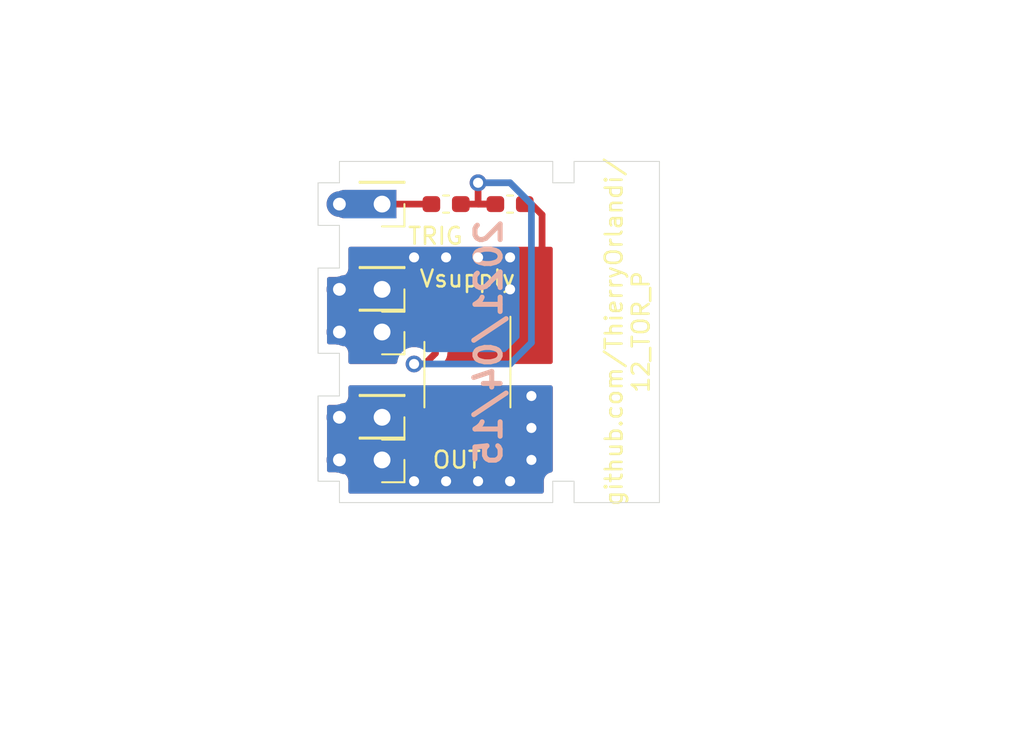
<source format=kicad_pcb>
(kicad_pcb (version 20171130) (host pcbnew "(5.1.9)-1")

  (general
    (thickness 1.6)
    (drawings 57)
    (tracks 76)
    (zones 0)
    (modules 15)
    (nets 5)
  )

  (page A4)
  (layers
    (0 F.Cu signal)
    (31 B.Cu signal)
    (32 B.Adhes user hide)
    (33 F.Adhes user hide)
    (34 B.Paste user hide)
    (35 F.Paste user hide)
    (36 B.SilkS user)
    (37 F.SilkS user)
    (38 B.Mask user hide)
    (39 F.Mask user hide)
    (40 Dwgs.User user hide)
    (41 Cmts.User user hide)
    (42 Eco1.User user)
    (43 Eco2.User user hide)
    (44 Edge.Cuts user)
    (45 Margin user hide)
    (46 B.CrtYd user hide)
    (47 F.CrtYd user)
    (48 B.Fab user hide)
    (49 F.Fab user hide)
  )

  (setup
    (last_trace_width 0.4)
    (trace_clearance 0.2)
    (zone_clearance 0.508)
    (zone_45_only no)
    (trace_min 0.2)
    (via_size 1)
    (via_drill 0.6)
    (via_min_size 0.4)
    (via_min_drill 0.3)
    (uvia_size 0.3)
    (uvia_drill 0.1)
    (uvias_allowed no)
    (uvia_min_size 0.2)
    (uvia_min_drill 0.1)
    (edge_width 0.05)
    (segment_width 0.2)
    (pcb_text_width 0.3)
    (pcb_text_size 1.5 1.5)
    (mod_edge_width 0.12)
    (mod_text_size 1 1)
    (mod_text_width 0.15)
    (pad_size 8.5 8.5)
    (pad_drill 4.3)
    (pad_to_mask_clearance 0.05)
    (aux_axis_origin 0 0)
    (grid_origin 104.14 78.74)
    (visible_elements 7FFFFF7F)
    (pcbplotparams
      (layerselection 0x310fc_ffffffff)
      (usegerberextensions false)
      (usegerberattributes true)
      (usegerberadvancedattributes true)
      (creategerberjobfile false)
      (excludeedgelayer false)
      (linewidth 0.100000)
      (plotframeref false)
      (viasonmask false)
      (mode 1)
      (useauxorigin true)
      (hpglpennumber 1)
      (hpglpenspeed 20)
      (hpglpendiameter 15.000000)
      (psnegative false)
      (psa4output false)
      (plotreference true)
      (plotvalue true)
      (plotinvisibletext false)
      (padsonsilk true)
      (subtractmaskfromsilk false)
      (outputformat 1)
      (mirror false)
      (drillshape 0)
      (scaleselection 1)
      (outputdirectory "gerbers/"))
  )

  (net 0 "")
  (net 1 Vsupply)
  (net 2 TRIG)
  (net 3 OUT)
  (net 4 "Net-(Q1-Pad4)")

  (net_class Default "This is the default net class."
    (clearance 0.2)
    (trace_width 0.4)
    (via_dia 1)
    (via_drill 0.6)
    (uvia_dia 0.3)
    (uvia_drill 0.1)
    (add_net "Net-(Q1-Pad4)")
    (add_net OUT)
    (add_net TRIG)
    (add_net Vsupply)
  )

  (net_class demi-gros ""
    (clearance 0.3)
    (trace_width 0.5)
    (via_dia 1)
    (via_drill 0.6)
    (uvia_dia 0.3)
    (uvia_drill 0.1)
  )

  (net_class gros ""
    (clearance 0.3)
    (trace_width 0.8)
    (via_dia 1)
    (via_drill 0.6)
    (uvia_dia 0.3)
    (uvia_drill 0.1)
  )

  (module Package_SO:SOIC-8_3.9x4.9mm_P1.27mm (layer F.Cu) (tedit 5D9F72B1) (tstamp 60787104)
    (at 109.22 73.66 270)
    (descr "SOIC, 8 Pin (JEDEC MS-012AA, https://www.analog.com/media/en/package-pcb-resources/package/pkg_pdf/soic_narrow-r/r_8.pdf), generated with kicad-footprint-generator ipc_gullwing_generator.py")
    (tags "SOIC SO")
    (path /60782E85)
    (attr smd)
    (fp_text reference Q1 (at 0 -3.4 90) (layer F.SilkS) hide
      (effects (font (size 1 1) (thickness 0.15)))
    )
    (fp_text value AO4407A (at 0 3.4 90) (layer F.Fab)
      (effects (font (size 1 1) (thickness 0.15)))
    )
    (fp_text user %R (at 0 0 90) (layer F.Fab)
      (effects (font (size 0.98 0.98) (thickness 0.15)))
    )
    (fp_line (start 0 2.56) (end 1.95 2.56) (layer F.SilkS) (width 0.12))
    (fp_line (start 0 2.56) (end -1.95 2.56) (layer F.SilkS) (width 0.12))
    (fp_line (start 0 -2.56) (end 1.95 -2.56) (layer F.SilkS) (width 0.12))
    (fp_line (start 0 -2.56) (end -3.45 -2.56) (layer F.SilkS) (width 0.12))
    (fp_line (start -0.975 -2.45) (end 1.95 -2.45) (layer F.Fab) (width 0.1))
    (fp_line (start 1.95 -2.45) (end 1.95 2.45) (layer F.Fab) (width 0.1))
    (fp_line (start 1.95 2.45) (end -1.95 2.45) (layer F.Fab) (width 0.1))
    (fp_line (start -1.95 2.45) (end -1.95 -1.475) (layer F.Fab) (width 0.1))
    (fp_line (start -1.95 -1.475) (end -0.975 -2.45) (layer F.Fab) (width 0.1))
    (fp_line (start -3.7 -2.7) (end -3.7 2.7) (layer F.CrtYd) (width 0.05))
    (fp_line (start -3.7 2.7) (end 3.7 2.7) (layer F.CrtYd) (width 0.05))
    (fp_line (start 3.7 2.7) (end 3.7 -2.7) (layer F.CrtYd) (width 0.05))
    (fp_line (start 3.7 -2.7) (end -3.7 -2.7) (layer F.CrtYd) (width 0.05))
    (pad 8 smd roundrect (at 2.475 -1.905 270) (size 1.95 0.6) (layers F.Cu F.Paste F.Mask) (roundrect_rratio 0.25)
      (net 3 OUT))
    (pad 7 smd roundrect (at 2.475 -0.635 270) (size 1.95 0.6) (layers F.Cu F.Paste F.Mask) (roundrect_rratio 0.25)
      (net 3 OUT))
    (pad 6 smd roundrect (at 2.475 0.635 270) (size 1.95 0.6) (layers F.Cu F.Paste F.Mask) (roundrect_rratio 0.25)
      (net 3 OUT))
    (pad 5 smd roundrect (at 2.475 1.905 270) (size 1.95 0.6) (layers F.Cu F.Paste F.Mask) (roundrect_rratio 0.25)
      (net 3 OUT))
    (pad 4 smd roundrect (at -2.475 1.905 270) (size 1.95 0.6) (layers F.Cu F.Paste F.Mask) (roundrect_rratio 0.25)
      (net 4 "Net-(Q1-Pad4)"))
    (pad 3 smd roundrect (at -2.475 0.635 270) (size 1.95 0.6) (layers F.Cu F.Paste F.Mask) (roundrect_rratio 0.25)
      (net 1 Vsupply))
    (pad 2 smd roundrect (at -2.475 -0.635 270) (size 1.95 0.6) (layers F.Cu F.Paste F.Mask) (roundrect_rratio 0.25)
      (net 1 Vsupply))
    (pad 1 smd roundrect (at -2.475 -1.905 270) (size 1.95 0.6) (layers F.Cu F.Paste F.Mask) (roundrect_rratio 0.25)
      (net 1 Vsupply))
    (model ${KISYS3DMOD}/Package_SO.3dshapes/SOIC-8_3.9x4.9mm_P1.27mm.wrl
      (at (xyz 0 0 0))
      (scale (xyz 1 1 1))
      (rotate (xyz 0 0 0))
    )
  )

  (module Resistor_SMD:R_0603_1608Metric_Pad1.05x0.95mm_HandSolder (layer F.Cu) (tedit 5B301BBD) (tstamp 60787115)
    (at 111.76 63.5)
    (descr "Resistor SMD 0603 (1608 Metric), square (rectangular) end terminal, IPC_7351 nominal with elongated pad for handsoldering. (Body size source: http://www.tortai-tech.com/upload/download/2011102023233369053.pdf), generated with kicad-footprint-generator")
    (tags "resistor handsolder")
    (path /60784930)
    (attr smd)
    (fp_text reference R1 (at 0 -1.43) (layer F.SilkS) hide
      (effects (font (size 1 1) (thickness 0.15)))
    )
    (fp_text value 100k (at 0 1.43) (layer F.Fab)
      (effects (font (size 1 1) (thickness 0.15)))
    )
    (fp_text user %R (at 0 0) (layer F.Fab)
      (effects (font (size 0.4 0.4) (thickness 0.06)))
    )
    (fp_line (start -0.8 0.4) (end -0.8 -0.4) (layer F.Fab) (width 0.1))
    (fp_line (start -0.8 -0.4) (end 0.8 -0.4) (layer F.Fab) (width 0.1))
    (fp_line (start 0.8 -0.4) (end 0.8 0.4) (layer F.Fab) (width 0.1))
    (fp_line (start 0.8 0.4) (end -0.8 0.4) (layer F.Fab) (width 0.1))
    (fp_line (start -0.171267 -0.51) (end 0.171267 -0.51) (layer F.SilkS) (width 0.12))
    (fp_line (start -0.171267 0.51) (end 0.171267 0.51) (layer F.SilkS) (width 0.12))
    (fp_line (start -1.65 0.73) (end -1.65 -0.73) (layer F.CrtYd) (width 0.05))
    (fp_line (start -1.65 -0.73) (end 1.65 -0.73) (layer F.CrtYd) (width 0.05))
    (fp_line (start 1.65 -0.73) (end 1.65 0.73) (layer F.CrtYd) (width 0.05))
    (fp_line (start 1.65 0.73) (end -1.65 0.73) (layer F.CrtYd) (width 0.05))
    (pad 2 smd roundrect (at 0.875 0) (size 1.05 0.95) (layers F.Cu F.Paste F.Mask) (roundrect_rratio 0.25)
      (net 1 Vsupply))
    (pad 1 smd roundrect (at -0.875 0) (size 1.05 0.95) (layers F.Cu F.Paste F.Mask) (roundrect_rratio 0.25)
      (net 4 "Net-(Q1-Pad4)"))
    (model ${KISYS3DMOD}/Resistor_SMD.3dshapes/R_0603_1608Metric.wrl
      (at (xyz 0 0 0))
      (scale (xyz 1 1 1))
      (rotate (xyz 0 0 0))
    )
  )

  (module Resistor_SMD:R_0603_1608Metric_Pad1.05x0.95mm_HandSolder (layer F.Cu) (tedit 5B301BBD) (tstamp 60787126)
    (at 107.95 63.5)
    (descr "Resistor SMD 0603 (1608 Metric), square (rectangular) end terminal, IPC_7351 nominal with elongated pad for handsoldering. (Body size source: http://www.tortai-tech.com/upload/download/2011102023233369053.pdf), generated with kicad-footprint-generator")
    (tags "resistor handsolder")
    (path /60785BC5)
    (attr smd)
    (fp_text reference R2 (at 0 -1.43) (layer F.SilkS) hide
      (effects (font (size 1 1) (thickness 0.15)))
    )
    (fp_text value 100 (at 0 1.43) (layer F.Fab)
      (effects (font (size 1 1) (thickness 0.15)))
    )
    (fp_text user %R (at 0 0) (layer F.Fab)
      (effects (font (size 0.4 0.4) (thickness 0.06)))
    )
    (fp_line (start -0.8 0.4) (end -0.8 -0.4) (layer F.Fab) (width 0.1))
    (fp_line (start -0.8 -0.4) (end 0.8 -0.4) (layer F.Fab) (width 0.1))
    (fp_line (start 0.8 -0.4) (end 0.8 0.4) (layer F.Fab) (width 0.1))
    (fp_line (start 0.8 0.4) (end -0.8 0.4) (layer F.Fab) (width 0.1))
    (fp_line (start -0.171267 -0.51) (end 0.171267 -0.51) (layer F.SilkS) (width 0.12))
    (fp_line (start -0.171267 0.51) (end 0.171267 0.51) (layer F.SilkS) (width 0.12))
    (fp_line (start -1.65 0.73) (end -1.65 -0.73) (layer F.CrtYd) (width 0.05))
    (fp_line (start -1.65 -0.73) (end 1.65 -0.73) (layer F.CrtYd) (width 0.05))
    (fp_line (start 1.65 -0.73) (end 1.65 0.73) (layer F.CrtYd) (width 0.05))
    (fp_line (start 1.65 0.73) (end -1.65 0.73) (layer F.CrtYd) (width 0.05))
    (pad 2 smd roundrect (at 0.875 0) (size 1.05 0.95) (layers F.Cu F.Paste F.Mask) (roundrect_rratio 0.25)
      (net 4 "Net-(Q1-Pad4)"))
    (pad 1 smd roundrect (at -0.875 0) (size 1.05 0.95) (layers F.Cu F.Paste F.Mask) (roundrect_rratio 0.25)
      (net 2 TRIG))
    (model ${KISYS3DMOD}/Resistor_SMD.3dshapes/R_0603_1608Metric.wrl
      (at (xyz 0 0 0))
      (scale (xyz 1 1 1))
      (rotate (xyz 0 0 0))
    )
  )

  (module Chimere_mods:Castellated_conn (layer F.Cu) (tedit 60AF96A2) (tstamp 60FEC3BC)
    (at 104.14 71.12 180)
    (descr "Through hole straight pin header, 1x01, 2.54mm pitch, single row + castellated hole")
    (tags "Through hole pin header THT 1x01 2.54mm single row castellated hole")
    (path /606CE97F)
    (fp_text reference J1 (at -3.175 0) (layer F.SilkS) hide
      (effects (font (size 1 1) (thickness 0.15)))
    )
    (fp_text value Conn_01x01 (at 8.89 0) (layer F.Fab)
      (effects (font (size 1 1) (thickness 0.15)))
    )
    (fp_text user %R (at 0 0 180) (layer F.Fab)
      (effects (font (size 1 1) (thickness 0.15)))
    )
    (fp_line (start 2.54 -1.905) (end 2.54 1.905) (layer F.Fab) (width 0.12))
    (fp_line (start -0.635 -1.27) (end 2.54 -1.27) (layer F.Fab) (width 0.1))
    (fp_line (start 2.54 1.27) (end 1.27 1.27) (layer F.Fab) (width 0.1))
    (fp_line (start 1.27 1.27) (end -1.27 1.27) (layer F.Fab) (width 0.1))
    (fp_line (start -1.27 1.27) (end -1.27 -0.635) (layer F.Fab) (width 0.1))
    (fp_line (start -1.27 -0.635) (end -0.635 -1.27) (layer F.Fab) (width 0.1))
    (fp_line (start -1.33 1.33) (end 1.33 1.33) (layer F.SilkS) (width 0.12))
    (fp_line (start -1.33 1.27) (end -1.33 1.33) (layer F.SilkS) (width 0.12))
    (fp_line (start 1.33 1.27) (end 1.33 1.33) (layer F.SilkS) (width 0.12))
    (fp_line (start -1.33 1.27) (end 1.33 1.27) (layer F.SilkS) (width 0.12))
    (fp_line (start -1.33 0) (end -1.33 -1.33) (layer F.SilkS) (width 0.12))
    (fp_line (start -1.33 -1.33) (end 0 -1.33) (layer F.SilkS) (width 0.12))
    (fp_line (start -1.8 -1.27) (end -1.8 1.27) (layer F.CrtYd) (width 0.05))
    (fp_line (start -1.8 1.27) (end 3.81 1.27) (layer F.CrtYd) (width 0.05))
    (fp_line (start 3.81 1.27) (end 3.81 -1.27) (layer F.CrtYd) (width 0.05))
    (fp_line (start 3.81 -1.27) (end -1.8 -1.27) (layer F.CrtYd) (width 0.05))
    (pad 1 thru_hole circle (at 2.54 0 180) (size 1.524 1.524) (drill 0.762) (layers *.Cu *.Mask)
      (net 1 Vsupply))
    (pad 1 thru_hole custom (at 0 0 180) (size 1.7 1.7) (drill 1) (layers *.Cu *.Mask)
      (net 1 Vsupply) (zone_connect 2)
      (options (clearance outline) (anchor rect))
      (primitives
        (gr_line (start 0 0) (end 2.2 0) (width 1.7))
      ))
    (model ${KISYS3DMOD}/Connector_PinHeader_2.54mm.3dshapes/PinHeader_1x01_P2.54mm_Vertical.wrl
      (at (xyz 0 0 0))
      (scale (xyz 1 1 1))
      (rotate (xyz 0 0 0))
    )
  )

  (module Chimere_mods:Castellated_conn (layer F.Cu) (tedit 60AF96A2) (tstamp 60FEC3D2)
    (at 104.14 63.5 180)
    (descr "Through hole straight pin header, 1x01, 2.54mm pitch, single row + castellated hole")
    (tags "Through hole pin header THT 1x01 2.54mm single row castellated hole")
    (path /606D5E52)
    (fp_text reference J2 (at -3.175 0) (layer F.SilkS) hide
      (effects (font (size 1 1) (thickness 0.15)))
    )
    (fp_text value Conn_01x01 (at 8.89 0) (layer F.Fab)
      (effects (font (size 1 1) (thickness 0.15)))
    )
    (fp_text user %R (at 0 0 180) (layer F.Fab)
      (effects (font (size 1 1) (thickness 0.15)))
    )
    (fp_line (start 2.54 -1.905) (end 2.54 1.905) (layer F.Fab) (width 0.12))
    (fp_line (start -0.635 -1.27) (end 2.54 -1.27) (layer F.Fab) (width 0.1))
    (fp_line (start 2.54 1.27) (end 1.27 1.27) (layer F.Fab) (width 0.1))
    (fp_line (start 1.27 1.27) (end -1.27 1.27) (layer F.Fab) (width 0.1))
    (fp_line (start -1.27 1.27) (end -1.27 -0.635) (layer F.Fab) (width 0.1))
    (fp_line (start -1.27 -0.635) (end -0.635 -1.27) (layer F.Fab) (width 0.1))
    (fp_line (start -1.33 1.33) (end 1.33 1.33) (layer F.SilkS) (width 0.12))
    (fp_line (start -1.33 1.27) (end -1.33 1.33) (layer F.SilkS) (width 0.12))
    (fp_line (start 1.33 1.27) (end 1.33 1.33) (layer F.SilkS) (width 0.12))
    (fp_line (start -1.33 1.27) (end 1.33 1.27) (layer F.SilkS) (width 0.12))
    (fp_line (start -1.33 0) (end -1.33 -1.33) (layer F.SilkS) (width 0.12))
    (fp_line (start -1.33 -1.33) (end 0 -1.33) (layer F.SilkS) (width 0.12))
    (fp_line (start -1.8 -1.27) (end -1.8 1.27) (layer F.CrtYd) (width 0.05))
    (fp_line (start -1.8 1.27) (end 3.81 1.27) (layer F.CrtYd) (width 0.05))
    (fp_line (start 3.81 1.27) (end 3.81 -1.27) (layer F.CrtYd) (width 0.05))
    (fp_line (start 3.81 -1.27) (end -1.8 -1.27) (layer F.CrtYd) (width 0.05))
    (pad 1 thru_hole circle (at 2.54 0 180) (size 1.524 1.524) (drill 0.762) (layers *.Cu *.Mask)
      (net 2 TRIG))
    (pad 1 thru_hole custom (at 0 0 180) (size 1.7 1.7) (drill 1) (layers *.Cu *.Mask)
      (net 2 TRIG) (zone_connect 2)
      (options (clearance outline) (anchor rect))
      (primitives
        (gr_line (start 0 0) (end 2.2 0) (width 1.7))
      ))
    (model ${KISYS3DMOD}/Connector_PinHeader_2.54mm.3dshapes/PinHeader_1x01_P2.54mm_Vertical.wrl
      (at (xyz 0 0 0))
      (scale (xyz 1 1 1))
      (rotate (xyz 0 0 0))
    )
  )

  (module Chimere_mods:Castellated_conn (layer F.Cu) (tedit 60AF96A2) (tstamp 60FEC3E8)
    (at 104.14 76.2 180)
    (descr "Through hole straight pin header, 1x01, 2.54mm pitch, single row + castellated hole")
    (tags "Through hole pin header THT 1x01 2.54mm single row castellated hole")
    (path /606CFC19)
    (fp_text reference J3 (at -3.175 0) (layer F.SilkS) hide
      (effects (font (size 1 1) (thickness 0.15)))
    )
    (fp_text value Conn_01x01 (at 8.89 0) (layer F.Fab)
      (effects (font (size 1 1) (thickness 0.15)))
    )
    (fp_text user %R (at 0 0 180) (layer F.Fab)
      (effects (font (size 1 1) (thickness 0.15)))
    )
    (fp_line (start 2.54 -1.905) (end 2.54 1.905) (layer F.Fab) (width 0.12))
    (fp_line (start -0.635 -1.27) (end 2.54 -1.27) (layer F.Fab) (width 0.1))
    (fp_line (start 2.54 1.27) (end 1.27 1.27) (layer F.Fab) (width 0.1))
    (fp_line (start 1.27 1.27) (end -1.27 1.27) (layer F.Fab) (width 0.1))
    (fp_line (start -1.27 1.27) (end -1.27 -0.635) (layer F.Fab) (width 0.1))
    (fp_line (start -1.27 -0.635) (end -0.635 -1.27) (layer F.Fab) (width 0.1))
    (fp_line (start -1.33 1.33) (end 1.33 1.33) (layer F.SilkS) (width 0.12))
    (fp_line (start -1.33 1.27) (end -1.33 1.33) (layer F.SilkS) (width 0.12))
    (fp_line (start 1.33 1.27) (end 1.33 1.33) (layer F.SilkS) (width 0.12))
    (fp_line (start -1.33 1.27) (end 1.33 1.27) (layer F.SilkS) (width 0.12))
    (fp_line (start -1.33 0) (end -1.33 -1.33) (layer F.SilkS) (width 0.12))
    (fp_line (start -1.33 -1.33) (end 0 -1.33) (layer F.SilkS) (width 0.12))
    (fp_line (start -1.8 -1.27) (end -1.8 1.27) (layer F.CrtYd) (width 0.05))
    (fp_line (start -1.8 1.27) (end 3.81 1.27) (layer F.CrtYd) (width 0.05))
    (fp_line (start 3.81 1.27) (end 3.81 -1.27) (layer F.CrtYd) (width 0.05))
    (fp_line (start 3.81 -1.27) (end -1.8 -1.27) (layer F.CrtYd) (width 0.05))
    (pad 1 thru_hole circle (at 2.54 0 180) (size 1.524 1.524) (drill 0.762) (layers *.Cu *.Mask)
      (net 3 OUT))
    (pad 1 thru_hole custom (at 0 0 180) (size 1.7 1.7) (drill 1) (layers *.Cu *.Mask)
      (net 3 OUT) (zone_connect 2)
      (options (clearance outline) (anchor rect))
      (primitives
        (gr_line (start 0 0) (end 2.2 0) (width 1.7))
      ))
    (model ${KISYS3DMOD}/Connector_PinHeader_2.54mm.3dshapes/PinHeader_1x01_P2.54mm_Vertical.wrl
      (at (xyz 0 0 0))
      (scale (xyz 1 1 1))
      (rotate (xyz 0 0 0))
    )
  )

  (module Chimere_mods:Castellated_conn (layer F.Cu) (tedit 60AF96A2) (tstamp 60FEC3FE)
    (at 104.14 68.58 180)
    (descr "Through hole straight pin header, 1x01, 2.54mm pitch, single row + castellated hole")
    (tags "Through hole pin header THT 1x01 2.54mm single row castellated hole")
    (path /6079BCA3)
    (fp_text reference J4 (at -3.175 0) (layer F.SilkS) hide
      (effects (font (size 1 1) (thickness 0.15)))
    )
    (fp_text value Conn_01x01 (at 8.89 0) (layer F.Fab)
      (effects (font (size 1 1) (thickness 0.15)))
    )
    (fp_text user %R (at 0 0 180) (layer F.Fab)
      (effects (font (size 1 1) (thickness 0.15)))
    )
    (fp_line (start 2.54 -1.905) (end 2.54 1.905) (layer F.Fab) (width 0.12))
    (fp_line (start -0.635 -1.27) (end 2.54 -1.27) (layer F.Fab) (width 0.1))
    (fp_line (start 2.54 1.27) (end 1.27 1.27) (layer F.Fab) (width 0.1))
    (fp_line (start 1.27 1.27) (end -1.27 1.27) (layer F.Fab) (width 0.1))
    (fp_line (start -1.27 1.27) (end -1.27 -0.635) (layer F.Fab) (width 0.1))
    (fp_line (start -1.27 -0.635) (end -0.635 -1.27) (layer F.Fab) (width 0.1))
    (fp_line (start -1.33 1.33) (end 1.33 1.33) (layer F.SilkS) (width 0.12))
    (fp_line (start -1.33 1.27) (end -1.33 1.33) (layer F.SilkS) (width 0.12))
    (fp_line (start 1.33 1.27) (end 1.33 1.33) (layer F.SilkS) (width 0.12))
    (fp_line (start -1.33 1.27) (end 1.33 1.27) (layer F.SilkS) (width 0.12))
    (fp_line (start -1.33 0) (end -1.33 -1.33) (layer F.SilkS) (width 0.12))
    (fp_line (start -1.33 -1.33) (end 0 -1.33) (layer F.SilkS) (width 0.12))
    (fp_line (start -1.8 -1.27) (end -1.8 1.27) (layer F.CrtYd) (width 0.05))
    (fp_line (start -1.8 1.27) (end 3.81 1.27) (layer F.CrtYd) (width 0.05))
    (fp_line (start 3.81 1.27) (end 3.81 -1.27) (layer F.CrtYd) (width 0.05))
    (fp_line (start 3.81 -1.27) (end -1.8 -1.27) (layer F.CrtYd) (width 0.05))
    (pad 1 thru_hole circle (at 2.54 0 180) (size 1.524 1.524) (drill 0.762) (layers *.Cu *.Mask)
      (net 1 Vsupply))
    (pad 1 thru_hole custom (at 0 0 180) (size 1.7 1.7) (drill 1) (layers *.Cu *.Mask)
      (net 1 Vsupply) (zone_connect 2)
      (options (clearance outline) (anchor rect))
      (primitives
        (gr_line (start 0 0) (end 2.2 0) (width 1.7))
      ))
    (model ${KISYS3DMOD}/Connector_PinHeader_2.54mm.3dshapes/PinHeader_1x01_P2.54mm_Vertical.wrl
      (at (xyz 0 0 0))
      (scale (xyz 1 1 1))
      (rotate (xyz 0 0 0))
    )
  )

  (module Chimere_mods:Castellated_conn (layer F.Cu) (tedit 60AF96A2) (tstamp 60FEC414)
    (at 104.14 78.74 180)
    (descr "Through hole straight pin header, 1x01, 2.54mm pitch, single row + castellated hole")
    (tags "Through hole pin header THT 1x01 2.54mm single row castellated hole")
    (path /6079B82F)
    (fp_text reference J5 (at -3.175 0) (layer F.SilkS) hide
      (effects (font (size 1 1) (thickness 0.15)))
    )
    (fp_text value Conn_01x01 (at 8.89 0) (layer F.Fab)
      (effects (font (size 1 1) (thickness 0.15)))
    )
    (fp_text user %R (at 0 0 180) (layer F.Fab)
      (effects (font (size 1 1) (thickness 0.15)))
    )
    (fp_line (start 2.54 -1.905) (end 2.54 1.905) (layer F.Fab) (width 0.12))
    (fp_line (start -0.635 -1.27) (end 2.54 -1.27) (layer F.Fab) (width 0.1))
    (fp_line (start 2.54 1.27) (end 1.27 1.27) (layer F.Fab) (width 0.1))
    (fp_line (start 1.27 1.27) (end -1.27 1.27) (layer F.Fab) (width 0.1))
    (fp_line (start -1.27 1.27) (end -1.27 -0.635) (layer F.Fab) (width 0.1))
    (fp_line (start -1.27 -0.635) (end -0.635 -1.27) (layer F.Fab) (width 0.1))
    (fp_line (start -1.33 1.33) (end 1.33 1.33) (layer F.SilkS) (width 0.12))
    (fp_line (start -1.33 1.27) (end -1.33 1.33) (layer F.SilkS) (width 0.12))
    (fp_line (start 1.33 1.27) (end 1.33 1.33) (layer F.SilkS) (width 0.12))
    (fp_line (start -1.33 1.27) (end 1.33 1.27) (layer F.SilkS) (width 0.12))
    (fp_line (start -1.33 0) (end -1.33 -1.33) (layer F.SilkS) (width 0.12))
    (fp_line (start -1.33 -1.33) (end 0 -1.33) (layer F.SilkS) (width 0.12))
    (fp_line (start -1.8 -1.27) (end -1.8 1.27) (layer F.CrtYd) (width 0.05))
    (fp_line (start -1.8 1.27) (end 3.81 1.27) (layer F.CrtYd) (width 0.05))
    (fp_line (start 3.81 1.27) (end 3.81 -1.27) (layer F.CrtYd) (width 0.05))
    (fp_line (start 3.81 -1.27) (end -1.8 -1.27) (layer F.CrtYd) (width 0.05))
    (pad 1 thru_hole circle (at 2.54 0 180) (size 1.524 1.524) (drill 0.762) (layers *.Cu *.Mask)
      (net 3 OUT))
    (pad 1 thru_hole custom (at 0 0 180) (size 1.7 1.7) (drill 1) (layers *.Cu *.Mask)
      (net 3 OUT) (zone_connect 2)
      (options (clearance outline) (anchor rect))
      (primitives
        (gr_line (start 0 0) (end 2.2 0) (width 1.7))
      ))
    (model ${KISYS3DMOD}/Connector_PinHeader_2.54mm.3dshapes/PinHeader_1x01_P2.54mm_Vertical.wrl
      (at (xyz 0 0 0))
      (scale (xyz 1 1 1))
      (rotate (xyz 0 0 0))
    )
  )

  (module Chimere_comps:trou (layer F.Cu) (tedit 60783A84) (tstamp 60FEC48A)
    (at 115.57 63.5)
    (path /607A1C81)
    (fp_text reference H1 (at 0 0.5) (layer F.SilkS) hide
      (effects (font (size 1 1) (thickness 0.15)))
    )
    (fp_text value percage (at 0 -0.5) (layer F.Fab) hide
      (effects (font (size 1 1) (thickness 0.15)))
    )
    (pad "" np_thru_hole circle (at 0 0) (size 1 1) (drill 1) (layers *.Cu *.Mask))
  )

  (module Chimere_comps:trou (layer F.Cu) (tedit 60783A84) (tstamp 60FEC48E)
    (at 115.57 66.04)
    (path /607A3C27)
    (fp_text reference H2 (at 0 0.5) (layer F.SilkS) hide
      (effects (font (size 1 1) (thickness 0.15)))
    )
    (fp_text value percage (at 0 -0.5) (layer F.Fab) hide
      (effects (font (size 1 1) (thickness 0.15)))
    )
    (pad "" np_thru_hole circle (at 0 0) (size 1 1) (drill 1) (layers *.Cu *.Mask))
  )

  (module Chimere_comps:trou (layer F.Cu) (tedit 60783A84) (tstamp 60FEC497)
    (at 115.57 78.74)
    (path /607A5036)
    (fp_text reference H4 (at 0 0.5) (layer F.SilkS) hide
      (effects (font (size 1 1) (thickness 0.15)))
    )
    (fp_text value percage (at 0 -0.5) (layer F.Fab) hide
      (effects (font (size 1 1) (thickness 0.15)))
    )
    (pad "" np_thru_hole circle (at 0 0) (size 1 1) (drill 1) (layers *.Cu *.Mask))
  )

  (module Chimere_comps:trou (layer F.Cu) (tedit 60783A84) (tstamp 60FEC49B)
    (at 115.57 71.12)
    (path /607A3404)
    (fp_text reference H5 (at 0 0.5) (layer F.SilkS) hide
      (effects (font (size 1 1) (thickness 0.15)))
    )
    (fp_text value percage (at 0 -0.5) (layer F.Fab) hide
      (effects (font (size 1 1) (thickness 0.15)))
    )
    (pad "" np_thru_hole circle (at 0 0) (size 1 1) (drill 1) (layers *.Cu *.Mask))
  )

  (module Chimere_comps:trou (layer F.Cu) (tedit 60783A84) (tstamp 60FEC49F)
    (at 115.57 76.2)
    (path /607A3C2D)
    (fp_text reference H6 (at 0 0.5) (layer F.SilkS) hide
      (effects (font (size 1 1) (thickness 0.15)))
    )
    (fp_text value percage (at 0 -0.5) (layer F.Fab) hide
      (effects (font (size 1 1) (thickness 0.15)))
    )
    (pad "" np_thru_hole circle (at 0 0) (size 1 1) (drill 1) (layers *.Cu *.Mask))
  )

  (module Chimere_comps:trou (layer F.Cu) (tedit 60783A84) (tstamp 60FEC4A3)
    (at 115.57 68.58)
    (path /607A5030)
    (fp_text reference H7 (at 0 0.5) (layer F.SilkS) hide
      (effects (font (size 1 1) (thickness 0.15)))
    )
    (fp_text value percage (at 0 -0.5) (layer F.Fab) hide
      (effects (font (size 1 1) (thickness 0.15)))
    )
    (pad "" np_thru_hole circle (at 0 0) (size 1 1) (drill 1) (layers *.Cu *.Mask))
  )

  (module Chimere_comps:trou (layer F.Cu) (tedit 60783A84) (tstamp 60FEC4A7)
    (at 115.57 73.66)
    (path /607A503C)
    (fp_text reference H8 (at 0 0.5) (layer F.SilkS) hide
      (effects (font (size 1 1) (thickness 0.15)))
    )
    (fp_text value percage (at 0 -0.5) (layer F.Fab) hide
      (effects (font (size 1 1) (thickness 0.15)))
    )
    (pad "" np_thru_hole circle (at 0 0) (size 1 1) (drill 1) (layers *.Cu *.Mask))
  )

  (dimension 5.08 (width 0.15) (layer Eco1.User)
    (gr_text "5,080 mm" (at 118.11 96.55) (layer Eco1.User)
      (effects (font (size 1 1) (thickness 0.15)))
    )
    (feature1 (pts (xy 120.65 81.915) (xy 120.65 95.836421)))
    (feature2 (pts (xy 115.57 81.915) (xy 115.57 95.836421)))
    (crossbar (pts (xy 115.57 95.25) (xy 120.65 95.25)))
    (arrow1a (pts (xy 120.65 95.25) (xy 119.523496 95.836421)))
    (arrow1b (pts (xy 120.65 95.25) (xy 119.523496 94.663579)))
    (arrow2a (pts (xy 115.57 95.25) (xy 116.696504 95.836421)))
    (arrow2b (pts (xy 115.57 95.25) (xy 116.696504 94.663579)))
  )
  (dimension 1.27 (width 0.15) (layer Eco1.User)
    (gr_text "1,270 mm" (at 114.935 86.39) (layer Eco1.User)
      (effects (font (size 1 1) (thickness 0.15)))
    )
    (feature1 (pts (xy 114.3 82.55) (xy 114.3 85.676421)))
    (feature2 (pts (xy 115.57 82.55) (xy 115.57 85.676421)))
    (crossbar (pts (xy 115.57 85.09) (xy 114.3 85.09)))
    (arrow1a (pts (xy 114.3 85.09) (xy 115.426504 84.503579)))
    (arrow1b (pts (xy 114.3 85.09) (xy 115.426504 85.676421)))
    (arrow2a (pts (xy 115.57 85.09) (xy 114.443496 84.503579)))
    (arrow2b (pts (xy 115.57 85.09) (xy 114.443496 85.676421)))
  )
  (gr_line (start 115.57 60.96) (end 120.65 60.96) (layer Edge.Cuts) (width 0.05) (tstamp 60787A40))
  (gr_line (start 115.57 62.23) (end 115.57 60.96) (layer Edge.Cuts) (width 0.05))
  (gr_line (start 114.3 62.23) (end 115.57 62.23) (layer Edge.Cuts) (width 0.05))
  (gr_line (start 114.3 60.96) (end 114.3 62.23) (layer Edge.Cuts) (width 0.05))
  (gr_line (start 115.57 81.28) (end 120.65 81.28) (layer Edge.Cuts) (width 0.05) (tstamp 60787A3B))
  (gr_line (start 115.57 80.01) (end 115.57 81.28) (layer Edge.Cuts) (width 0.05))
  (gr_line (start 114.3 80.01) (end 115.57 80.01) (layer Edge.Cuts) (width 0.05))
  (gr_line (start 114.3 81.28) (end 114.3 80.01) (layer Edge.Cuts) (width 0.05))
  (gr_line (start 114.3 60.325) (end 114.3 82.55) (layer Eco1.User) (width 0.15))
  (dimension 1.27 (width 0.15) (layer Eco1.User)
    (gr_text "1,270 mm" (at 92.68 61.595 90) (layer Eco1.User)
      (effects (font (size 1 1) (thickness 0.15)))
    )
    (feature1 (pts (xy 99.06 60.96) (xy 93.393579 60.96)))
    (feature2 (pts (xy 99.06 62.23) (xy 93.393579 62.23)))
    (crossbar (pts (xy 93.98 62.23) (xy 93.98 60.96)))
    (arrow1a (pts (xy 93.98 60.96) (xy 94.566421 62.086504)))
    (arrow1b (pts (xy 93.98 60.96) (xy 93.393579 62.086504)))
    (arrow2a (pts (xy 93.98 62.23) (xy 94.566421 61.103496)))
    (arrow2b (pts (xy 93.98 62.23) (xy 93.393579 61.103496)))
  )
  (dimension 2.54 (width 0.15) (layer Eco1.User)
    (gr_text "2,540 mm" (at 90.14 63.5 90) (layer Eco1.User)
      (effects (font (size 1 1) (thickness 0.15)))
    )
    (feature1 (pts (xy 99.06 62.23) (xy 90.853579 62.23)))
    (feature2 (pts (xy 99.06 64.77) (xy 90.853579 64.77)))
    (crossbar (pts (xy 91.44 64.77) (xy 91.44 62.23)))
    (arrow1a (pts (xy 91.44 62.23) (xy 92.026421 63.356504)))
    (arrow1b (pts (xy 91.44 62.23) (xy 90.853579 63.356504)))
    (arrow2a (pts (xy 91.44 64.77) (xy 92.026421 63.643496)))
    (arrow2b (pts (xy 91.44 64.77) (xy 90.853579 63.643496)))
  )
  (dimension 2.54 (width 0.15) (layer Eco1.User)
    (gr_text "2,540 mm" (at 96.49 66.04 90) (layer Eco1.User)
      (effects (font (size 1 1) (thickness 0.15)))
    )
    (feature1 (pts (xy 99.06 64.77) (xy 97.203579 64.77)))
    (feature2 (pts (xy 99.06 67.31) (xy 97.203579 67.31)))
    (crossbar (pts (xy 97.79 67.31) (xy 97.79 64.77)))
    (arrow1a (pts (xy 97.79 64.77) (xy 98.376421 65.896504)))
    (arrow1b (pts (xy 97.79 64.77) (xy 97.203579 65.896504)))
    (arrow2a (pts (xy 97.79 67.31) (xy 98.376421 66.183496)))
    (arrow2b (pts (xy 97.79 67.31) (xy 97.203579 66.183496)))
  )
  (dimension 5.08 (width 0.15) (layer Eco1.User)
    (gr_text "5,080 mm" (at 85.06 69.85 90) (layer Eco1.User)
      (effects (font (size 1 1) (thickness 0.15)))
    )
    (feature1 (pts (xy 99.06 67.31) (xy 85.773579 67.31)))
    (feature2 (pts (xy 99.06 72.39) (xy 85.773579 72.39)))
    (crossbar (pts (xy 86.36 72.39) (xy 86.36 67.31)))
    (arrow1a (pts (xy 86.36 67.31) (xy 86.946421 68.436504)))
    (arrow1b (pts (xy 86.36 67.31) (xy 85.773579 68.436504)))
    (arrow2a (pts (xy 86.36 72.39) (xy 86.946421 71.263496)))
    (arrow2b (pts (xy 86.36 72.39) (xy 85.773579 71.263496)))
  )
  (dimension 2.54 (width 0.15) (layer Eco1.User)
    (gr_text "2,540 mm" (at 88.87 73.66 90) (layer Eco1.User)
      (effects (font (size 1 1) (thickness 0.15)))
    )
    (feature1 (pts (xy 99.06 72.39) (xy 89.583579 72.39)))
    (feature2 (pts (xy 99.06 74.93) (xy 89.583579 74.93)))
    (crossbar (pts (xy 90.17 74.93) (xy 90.17 72.39)))
    (arrow1a (pts (xy 90.17 72.39) (xy 90.756421 73.516504)))
    (arrow1b (pts (xy 90.17 72.39) (xy 89.583579 73.516504)))
    (arrow2a (pts (xy 90.17 74.93) (xy 90.756421 73.803496)))
    (arrow2b (pts (xy 90.17 74.93) (xy 89.583579 73.803496)))
  )
  (dimension 5.08 (width 0.15) (layer Eco1.User)
    (gr_text "5,080 mm" (at 92.68 77.47 90) (layer Eco1.User)
      (effects (font (size 1 1) (thickness 0.15)))
    )
    (feature1 (pts (xy 99.06 74.93) (xy 93.393579 74.93)))
    (feature2 (pts (xy 99.06 80.01) (xy 93.393579 80.01)))
    (crossbar (pts (xy 93.98 80.01) (xy 93.98 74.93)))
    (arrow1a (pts (xy 93.98 74.93) (xy 94.566421 76.056504)))
    (arrow1b (pts (xy 93.98 74.93) (xy 93.393579 76.056504)))
    (arrow2a (pts (xy 93.98 80.01) (xy 94.566421 78.883496)))
    (arrow2b (pts (xy 93.98 80.01) (xy 93.393579 78.883496)))
  )
  (dimension 1.27 (width 0.15) (layer Eco1.User)
    (gr_text "1,270 mm" (at 95.22 80.645 270) (layer Eco1.User)
      (effects (font (size 1 1) (thickness 0.15)))
    )
    (feature1 (pts (xy 99.06 81.28) (xy 95.933579 81.28)))
    (feature2 (pts (xy 99.06 80.01) (xy 95.933579 80.01)))
    (crossbar (pts (xy 96.52 80.01) (xy 96.52 81.28)))
    (arrow1a (pts (xy 96.52 81.28) (xy 95.933579 80.153496)))
    (arrow1b (pts (xy 96.52 81.28) (xy 97.106421 80.153496)))
    (arrow2a (pts (xy 96.52 80.01) (xy 95.933579 81.136504)))
    (arrow2b (pts (xy 96.52 80.01) (xy 97.106421 81.136504)))
  )
  (gr_line (start 101.6 62.23) (end 101.6 60.96) (layer Edge.Cuts) (width 0.05) (tstamp 6078785C))
  (gr_line (start 100.33 62.23) (end 101.6 62.23) (layer Edge.Cuts) (width 0.05))
  (gr_line (start 100.33 64.77) (end 100.33 62.23) (layer Edge.Cuts) (width 0.05))
  (gr_line (start 101.6 64.77) (end 100.33 64.77) (layer Edge.Cuts) (width 0.05))
  (gr_line (start 100.33 72.39) (end 100.33 67.31) (layer Edge.Cuts) (width 0.05) (tstamp 60787858))
  (gr_line (start 101.6 72.39) (end 100.33 72.39) (layer Edge.Cuts) (width 0.05))
  (gr_line (start 101.6 74.93) (end 101.6 72.39) (layer Edge.Cuts) (width 0.05))
  (gr_line (start 100.33 74.93) (end 101.6 74.93) (layer Edge.Cuts) (width 0.05))
  (gr_text OUT (at 108.585 78.74) (layer F.SilkS) (tstamp 6078723A)
    (effects (font (size 1 1) (thickness 0.15)))
  )
  (gr_text TRIG (at 107.315 65.405) (layer F.SilkS) (tstamp 60787238)
    (effects (font (size 1 1) (thickness 0.15)))
  )
  (dimension 20.32 (width 0.15) (layer Eco1.User)
    (gr_text "20,320 mm" (at 110.49 92.74) (layer Eco1.User)
      (effects (font (size 1 1) (thickness 0.15)))
    )
    (feature1 (pts (xy 120.65 82.55) (xy 120.65 92.026421)))
    (feature2 (pts (xy 100.33 82.55) (xy 100.33 92.026421)))
    (crossbar (pts (xy 100.33 91.44) (xy 120.65 91.44)))
    (arrow1a (pts (xy 120.65 91.44) (xy 119.523496 92.026421)))
    (arrow1b (pts (xy 120.65 91.44) (xy 119.523496 90.853579)))
    (arrow2a (pts (xy 100.33 91.44) (xy 101.456504 92.026421)))
    (arrow2b (pts (xy 100.33 91.44) (xy 101.456504 90.853579)))
  )
  (dimension 2.54 (width 0.15) (layer Eco1.User)
    (gr_text "2,540 mm" (at 102.87 52.04) (layer Eco1.User)
      (effects (font (size 1 1) (thickness 0.15)))
    )
    (feature1 (pts (xy 104.14 59.69) (xy 104.14 52.753579)))
    (feature2 (pts (xy 101.6 59.69) (xy 101.6 52.753579)))
    (crossbar (pts (xy 101.6 53.34) (xy 104.14 53.34)))
    (arrow1a (pts (xy 104.14 53.34) (xy 103.013496 53.926421)))
    (arrow1b (pts (xy 104.14 53.34) (xy 103.013496 52.753579)))
    (arrow2a (pts (xy 101.6 53.34) (xy 102.726504 53.926421)))
    (arrow2b (pts (xy 101.6 53.34) (xy 102.726504 52.753579)))
  )
  (dimension 1.27 (width 0.15) (layer Eco1.User)
    (gr_text "1,270 mm" (at 100.965 54.58) (layer Eco1.User)
      (effects (font (size 1 1) (thickness 0.15)))
    )
    (feature1 (pts (xy 101.6 59.69) (xy 101.6 55.293579)))
    (feature2 (pts (xy 100.33 59.69) (xy 100.33 55.293579)))
    (crossbar (pts (xy 100.33 55.88) (xy 101.6 55.88)))
    (arrow1a (pts (xy 101.6 55.88) (xy 100.473496 56.466421)))
    (arrow1b (pts (xy 101.6 55.88) (xy 100.473496 55.293579)))
    (arrow2a (pts (xy 100.33 55.88) (xy 101.456504 56.466421)))
    (arrow2b (pts (xy 100.33 55.88) (xy 101.456504 55.293579)))
  )
  (dimension 20.32 (width 0.15) (layer Eco1.User)
    (gr_text "20,320 mm" (at 141 71.12 90) (layer Eco1.User)
      (effects (font (size 1 1) (thickness 0.15)))
    )
    (feature1 (pts (xy 130.81 60.96) (xy 140.286421 60.96)))
    (feature2 (pts (xy 130.81 81.28) (xy 140.286421 81.28)))
    (crossbar (pts (xy 139.7 81.28) (xy 139.7 60.96)))
    (arrow1a (pts (xy 139.7 60.96) (xy 140.286421 62.086504)))
    (arrow1b (pts (xy 139.7 60.96) (xy 139.113579 62.086504)))
    (arrow2a (pts (xy 139.7 81.28) (xy 140.286421 80.153496)))
    (arrow2b (pts (xy 139.7 81.28) (xy 139.113579 80.153496)))
  )
  (gr_text "Vsupply\n" (at 109.22 67.945) (layer F.SilkS)
    (effects (font (size 1 1) (thickness 0.15)))
  )
  (gr_line (start 120.65 60.96) (end 120.65 81.28) (layer Edge.Cuts) (width 0.05))
  (gr_line (start 101.6 60.96) (end 114.3 60.96) (layer Edge.Cuts) (width 0.05))
  (gr_line (start 101.6 80.01) (end 101.6 81.28) (layer Edge.Cuts) (width 0.05))
  (gr_line (start 100.33 80.01) (end 101.6 80.01) (layer Edge.Cuts) (width 0.05))
  (gr_line (start 101.6 64.77) (end 101.6 67.31) (layer Edge.Cuts) (width 0.05) (tstamp 601F197E))
  (gr_line (start 101.6 67.31) (end 100.33 67.31) (layer Edge.Cuts) (width 0.05))
  (gr_text "github.com/ThierryOrlandi/\n12_TOR_P" (at 118.745 71.12 90) (layer F.SilkS)
    (effects (font (size 1 1) (thickness 0.15)))
  )
  (gr_line (start 114.3 81.28) (end 101.6 81.28) (layer Edge.Cuts) (width 0.05) (tstamp 5FE22F2E))
  (gr_line (start 100.33 80.01) (end 100.33 74.93) (layer Edge.Cuts) (width 0.05))
  (gr_line (start 143.1925 57.785) (end 143.1925 141.5415) (layer Dwgs.User) (width 0.15))
  (gr_line (start 91.3515 94.4245) (end 207.3275 94.4245) (layer Dwgs.User) (width 0.15))
  (dimension 36.557 (width 0.15) (layer Dwgs.User)
    (gr_text "36,557 mm" (at 76.424 76.146 270) (layer Dwgs.User)
      (effects (font (size 1 1) (thickness 0.15)))
    )
    (feature1 (pts (xy 91.3515 94.4245) (xy 77.137579 94.4245)))
    (feature2 (pts (xy 91.3515 57.8675) (xy 77.137579 57.8675)))
    (crossbar (pts (xy 77.724 57.8675) (xy 77.724 94.4245)))
    (arrow1a (pts (xy 77.724 94.4245) (xy 77.137579 93.297996)))
    (arrow1b (pts (xy 77.724 94.4245) (xy 78.310421 93.297996)))
    (arrow2a (pts (xy 77.724 57.8675) (xy 77.137579 58.994004)))
    (arrow2b (pts (xy 77.724 57.8675) (xy 78.310421 58.994004)))
  )
  (dimension 51.816 (width 0.15) (layer Dwgs.User)
    (gr_text "51,816 mm" (at 117.2845 48.357) (layer Dwgs.User)
      (effects (font (size 1 1) (thickness 0.15)))
    )
    (feature1 (pts (xy 143.1925 57.8485) (xy 143.1925 49.070579)))
    (feature2 (pts (xy 91.3765 57.8485) (xy 91.3765 49.070579)))
    (crossbar (pts (xy 91.3765 49.657) (xy 143.1925 49.657)))
    (arrow1a (pts (xy 143.1925 49.657) (xy 142.065996 50.243421)))
    (arrow1b (pts (xy 143.1925 49.657) (xy 142.065996 49.070579)))
    (arrow2a (pts (xy 91.3765 49.657) (xy 92.503004 50.243421)))
    (arrow2b (pts (xy 91.3765 49.657) (xy 92.503004 49.070579)))
  )
  (dimension 73.018999 (width 0.15) (layer Dwgs.User)
    (gr_text "73,019 mm" (at 88.108 94.357999 270) (layer Dwgs.User)
      (effects (font (size 1 1) (thickness 0.15)))
    )
    (feature1 (pts (xy 91.3765 130.867499) (xy 88.821579 130.867499)))
    (feature2 (pts (xy 91.3765 57.8485) (xy 88.821579 57.8485)))
    (crossbar (pts (xy 89.408 57.8485) (xy 89.408 130.867499)))
    (arrow1a (pts (xy 89.408 130.867499) (xy 88.821579 129.740995)))
    (arrow1b (pts (xy 89.408 130.867499) (xy 89.994421 129.740995)))
    (arrow2a (pts (xy 89.408 57.8485) (xy 88.821579 58.975004)))
    (arrow2b (pts (xy 89.408 57.8485) (xy 89.994421 58.975004)))
  )
  (dimension 103.575 (width 0.15) (layer Dwgs.User)
    (gr_text "103,575 mm" (at 143.164 45.817) (layer Dwgs.User)
      (effects (font (size 1 1) (thickness 0.15)))
    )
    (feature1 (pts (xy 194.9515 57.8485) (xy 194.9515 46.530579)))
    (feature2 (pts (xy 91.3765 57.8485) (xy 91.3765 46.530579)))
    (crossbar (pts (xy 91.3765 47.117) (xy 194.9515 47.117)))
    (arrow1a (pts (xy 194.9515 47.117) (xy 193.824996 47.703421)))
    (arrow1b (pts (xy 194.9515 47.117) (xy 193.824996 46.530579)))
    (arrow2a (pts (xy 91.3765 47.117) (xy 92.503004 47.703421)))
    (arrow2b (pts (xy 91.3765 47.117) (xy 92.503004 46.530579)))
  )
  (gr_text 2021/04/15 (at 110.49 71.755 90) (layer B.SilkS) (tstamp 5F31397C)
    (effects (font (size 1.5 1.5) (thickness 0.3)) (justify mirror))
  )
  (gr_line (start 187.0075 51.562) (end 187.0075 152.654) (layer Dwgs.User) (width 0.15))
  (gr_line (start 187.0075 82.8675) (end 187.0075 51.562) (layer Dwgs.User) (width 0.15))
  (gr_line (start 99.2505 28.956) (end 99.2505 144.7165) (layer Dwgs.User) (width 0.15))
  (gr_line (start 99.2505 82.7405) (end 99.2505 28.956) (layer Dwgs.User) (width 0.15))
  (gr_line (start 132.7785 61.214) (end 196.342 61.214) (layer Dwgs.User) (width 0.15))
  (gr_line (start 145.288 51.562) (end 135.382 51.562) (layer Dwgs.User) (width 0.15))
  (gr_line (start 145.288 75.1205) (end 145.288 51.562) (layer Dwgs.User) (width 0.15))
  (gr_line (start 135.3185 75.057) (end 135.3185 51.308) (layer Dwgs.User) (width 0.15))

  (via (at 106.045 66.675) (size 1) (drill 0.6) (layers F.Cu B.Cu) (net 1))
  (segment (start 111.125 71.185) (end 111.125 68.58) (width 0.4) (layer F.Cu) (net 1))
  (segment (start 109.855 68.58) (end 109.855 71.185) (width 0.4) (layer F.Cu) (net 1))
  (segment (start 108.585 71.185) (end 108.585 68.58) (width 0.4) (layer F.Cu) (net 1))
  (segment (start 108.585 68.58) (end 109.855 68.58) (width 0.4) (layer F.Cu) (net 1))
  (segment (start 102.87 71.12) (end 104.14 71.12) (width 0.4) (layer B.Cu) (net 1))
  (segment (start 102.87 68.58) (end 104.14 68.58) (width 0.4) (layer B.Cu) (net 1))
  (segment (start 101.6 71.12) (end 102.87 71.12) (width 0.4) (layer F.Cu) (net 1))
  (segment (start 102.87 68.58) (end 101.6 68.58) (width 0.4) (layer F.Cu) (net 1))
  (segment (start 102.87 68.58) (end 104.14 68.58) (width 0.4) (layer F.Cu) (net 1))
  (segment (start 102.87 71.12) (end 104.14 71.12) (width 0.4) (layer F.Cu) (net 1))
  (segment (start 104.14 68.58) (end 108.585 68.58) (width 0.4) (layer F.Cu) (net 1))
  (segment (start 112.635 63.5) (end 113.03 63.5) (width 0.4) (layer F.Cu) (net 1))
  (segment (start 113.03 63.5) (end 113.665 64.135) (width 0.4) (layer F.Cu) (net 1))
  (segment (start 113.665 64.135) (end 113.665 66.04) (width 0.4) (layer F.Cu) (net 1))
  (segment (start 104.14 68.58) (end 104.14 71.12) (width 0.4) (layer F.Cu) (net 1))
  (via (at 107.95 66.675) (size 1) (drill 0.6) (layers F.Cu B.Cu) (net 1) (tstamp 60787C1E))
  (via (at 109.855 66.675) (size 1) (drill 0.6) (layers F.Cu B.Cu) (net 1) (tstamp 60787C20))
  (via (at 111.76 66.675) (size 1) (drill 0.6) (layers F.Cu B.Cu) (net 1) (tstamp 60787C22))
  (via (at 111.76 68.58) (size 1) (drill 0.6) (layers F.Cu B.Cu) (net 1) (tstamp 60787C24))
  (segment (start 106.045 66.675) (end 111.76 66.675) (width 0.4) (layer F.Cu) (net 1))
  (segment (start 109.855 66.675) (end 109.855 68.58) (width 0.4) (layer F.Cu) (net 1))
  (segment (start 111.76 68.58) (end 111.125 68.58) (width 0.4) (layer F.Cu) (net 1))
  (segment (start 110.49 68.58) (end 111.76 68.58) (width 0.4) (layer F.Cu) (net 1))
  (segment (start 111.125 68.58) (end 110.49 68.58) (width 0.4) (layer F.Cu) (net 1))
  (segment (start 110.49 68.58) (end 109.855 68.58) (width 0.4) (layer F.Cu) (net 1))
  (segment (start 111.76 68.58) (end 113.03 68.58) (width 0.4) (layer F.Cu) (net 1))
  (segment (start 113.03 68.58) (end 113.665 67.945) (width 0.4) (layer F.Cu) (net 1))
  (segment (start 113.665 67.945) (end 113.665 66.04) (width 0.4) (layer F.Cu) (net 1))
  (segment (start 102.87 63.5) (end 104.14 63.5) (width 0.4) (layer B.Cu) (net 2))
  (segment (start 102.87 63.5) (end 101.6 63.5) (width 0.4) (layer F.Cu) (net 2))
  (segment (start 102.87 63.5) (end 104.14 63.5) (width 0.4) (layer F.Cu) (net 2))
  (segment (start 104.14 63.5) (end 107.075 63.5) (width 0.4) (layer F.Cu) (net 2))
  (via (at 113.03 76.835) (size 1) (drill 0.6) (layers F.Cu B.Cu) (net 3))
  (segment (start 111.125 76.135) (end 111.125 78.74) (width 0.4) (layer F.Cu) (net 3))
  (segment (start 109.855 76.135) (end 109.855 78.74) (width 0.4) (layer F.Cu) (net 3))
  (segment (start 109.855 78.74) (end 109.22 78.74) (width 0.4) (layer F.Cu) (net 3))
  (segment (start 111.125 78.74) (end 109.22 78.74) (width 0.4) (layer F.Cu) (net 3))
  (segment (start 108.585 76.135) (end 108.585 78.74) (width 0.4) (layer F.Cu) (net 3))
  (segment (start 109.22 78.74) (end 108.585 78.74) (width 0.4) (layer F.Cu) (net 3))
  (segment (start 107.315 78.74) (end 104.14 78.74) (width 0.4) (layer F.Cu) (net 3))
  (segment (start 107.315 76.135) (end 107.315 78.74) (width 0.4) (layer F.Cu) (net 3))
  (segment (start 108.585 78.74) (end 107.315 78.74) (width 0.4) (layer F.Cu) (net 3))
  (segment (start 101.6 78.74) (end 102.87 78.74) (width 0.4) (layer F.Cu) (net 3))
  (segment (start 101.6 76.2) (end 102.87 76.2) (width 0.4) (layer F.Cu) (net 3))
  (segment (start 102.87 78.74) (end 104.14 78.74) (width 0.4) (layer F.Cu) (net 3))
  (segment (start 102.87 76.2) (end 104.14 76.2) (width 0.4) (layer B.Cu) (net 3))
  (segment (start 102.87 78.74) (end 104.14 78.74) (width 0.4) (layer B.Cu) (net 3))
  (segment (start 102.87 76.2) (end 104.14 76.2) (width 0.4) (layer F.Cu) (net 3))
  (segment (start 104.14 76.2) (end 104.14 78.74) (width 0.4) (layer F.Cu) (net 3))
  (via (at 111.76 80.01) (size 1) (drill 0.6) (layers F.Cu B.Cu) (net 3) (tstamp 60787BA7))
  (via (at 109.855 80.01) (size 1) (drill 0.6) (layers F.Cu B.Cu) (net 3) (tstamp 60787BA9))
  (via (at 107.95 80.01) (size 1) (drill 0.6) (layers F.Cu B.Cu) (net 3) (tstamp 60787BAB))
  (via (at 106.045 80.01) (size 1) (drill 0.6) (layers F.Cu B.Cu) (net 3) (tstamp 60787BAD))
  (via (at 113.03 78.74) (size 1) (drill 0.6) (layers F.Cu B.Cu) (net 3) (tstamp 60787BB3))
  (via (at 113.03 74.93) (size 1) (drill 0.6) (layers F.Cu B.Cu) (net 3) (tstamp 60787BB8))
  (segment (start 113.03 74.93) (end 113.03 76.835) (width 0.4) (layer F.Cu) (net 3))
  (segment (start 113.03 76.835) (end 113.03 78.74) (width 0.4) (layer F.Cu) (net 3))
  (segment (start 106.045 80.01) (end 107.95 80.01) (width 0.4) (layer F.Cu) (net 3))
  (segment (start 107.95 80.01) (end 109.855 80.01) (width 0.4) (layer F.Cu) (net 3))
  (segment (start 109.855 80.01) (end 111.76 80.01) (width 0.4) (layer F.Cu) (net 3))
  (segment (start 111.76 80.01) (end 113.03 78.74) (width 0.4) (layer F.Cu) (net 3))
  (segment (start 109.855 78.74) (end 109.855 80.01) (width 0.4) (layer F.Cu) (net 3))
  (segment (start 108.825 63.5) (end 110.885 63.5) (width 0.4) (layer F.Cu) (net 4))
  (segment (start 107.315 71.185) (end 107.315 72.39) (width 0.4) (layer F.Cu) (net 4))
  (segment (start 107.315 72.39) (end 106.68 73.025) (width 0.4) (layer F.Cu) (net 4))
  (via (at 106.045 73.025) (size 1) (drill 0.6) (layers F.Cu B.Cu) (net 4))
  (segment (start 106.68 73.025) (end 106.045 73.025) (width 0.4) (layer F.Cu) (net 4))
  (via (at 109.855 62.23) (size 1) (drill 0.6) (layers F.Cu B.Cu) (net 4))
  (segment (start 109.855 62.23) (end 109.855 63.5) (width 0.4) (layer F.Cu) (net 4))
  (segment (start 109.855 63.5) (end 110.885 63.5) (width 0.4) (layer F.Cu) (net 4))
  (segment (start 111.76 73.025) (end 113.03 71.755) (width 0.4) (layer B.Cu) (net 4))
  (segment (start 106.045 73.025) (end 111.76 73.025) (width 0.4) (layer B.Cu) (net 4))
  (segment (start 113.03 71.755) (end 113.03 63.5) (width 0.4) (layer B.Cu) (net 4))
  (segment (start 113.03 63.5) (end 111.76 62.23) (width 0.4) (layer B.Cu) (net 4))
  (segment (start 111.76 62.23) (end 109.855 62.23) (width 0.4) (layer B.Cu) (net 4))

  (zone (net 1) (net_name Vsupply) (layer F.Cu) (tstamp 0) (hatch edge 0.508)
    (connect_pads yes (clearance 0.508))
    (min_thickness 0.254)
    (fill yes (arc_segments 32) (thermal_gap 0.508) (thermal_bridge_width 0.508))
    (polygon
      (pts
        (xy 114.3 73.025) (xy 100.33 73.025) (xy 100.33 66.04) (xy 114.3 66.04)
      )
    )
    (filled_polygon
      (pts
        (xy 114.173 72.898) (xy 107.978288 72.898) (xy 108.012636 72.856146) (xy 108.090172 72.711087) (xy 108.110586 72.643792)
        (xy 108.137918 72.553689) (xy 108.15 72.431019) (xy 108.15 72.431018) (xy 108.15404 72.39) (xy 108.153593 72.385464)
        (xy 108.193084 72.311582) (xy 108.237929 72.163745) (xy 108.253072 72.01) (xy 108.253072 70.36) (xy 108.237929 70.206255)
        (xy 108.193084 70.058418) (xy 108.120258 69.922171) (xy 108.022251 69.802749) (xy 107.902829 69.704742) (xy 107.766582 69.631916)
        (xy 107.618745 69.587071) (xy 107.465 69.571928) (xy 107.165 69.571928) (xy 107.011255 69.587071) (xy 106.863418 69.631916)
        (xy 106.727171 69.704742) (xy 106.607749 69.802749) (xy 106.509742 69.922171) (xy 106.436916 70.058418) (xy 106.392071 70.206255)
        (xy 106.376928 70.36) (xy 106.376928 71.933974) (xy 106.376067 71.933617) (xy 106.156788 71.89) (xy 105.933212 71.89)
        (xy 105.713933 71.933617) (xy 105.507376 72.019176) (xy 105.32148 72.143388) (xy 105.163388 72.30148) (xy 105.039176 72.487376)
        (xy 104.953617 72.693933) (xy 104.913026 72.898) (xy 102.26 72.898) (xy 102.26 72.422418) (xy 102.263193 72.39)
        (xy 102.25045 72.260617) (xy 102.21271 72.136207) (xy 102.151425 72.02155) (xy 102.068948 71.921052) (xy 101.96845 71.838575)
        (xy 101.853793 71.77729) (xy 101.729383 71.73955) (xy 101.632419 71.73) (xy 101.6 71.726807) (xy 101.567581 71.73)
        (xy 100.99 71.73) (xy 100.99 67.97) (xy 101.567581 67.97) (xy 101.6 67.973193) (xy 101.632419 67.97)
        (xy 101.729383 67.96045) (xy 101.853793 67.92271) (xy 101.96845 67.861425) (xy 102.068948 67.778948) (xy 102.151425 67.67845)
        (xy 102.21271 67.563793) (xy 102.25045 67.439383) (xy 102.263193 67.31) (xy 102.26 67.277581) (xy 102.26 66.167)
        (xy 114.173 66.167)
      )
    )
  )
  (zone (net 3) (net_name OUT) (layer F.Cu) (tstamp 0) (hatch edge 0.508)
    (connect_pads yes (clearance 0.508))
    (min_thickness 0.254)
    (fill yes (arc_segments 32) (thermal_gap 0.508) (thermal_bridge_width 0.508))
    (polygon
      (pts
        (xy 114.3 81.28) (xy 100.33 81.28) (xy 100.33 74.295) (xy 114.3 74.295)
      )
    )
    (filled_polygon
      (pts
        (xy 114.173 79.359315) (xy 114.170617 79.35955) (xy 114.046207 79.39729) (xy 113.93155 79.458575) (xy 113.831052 79.541052)
        (xy 113.748575 79.64155) (xy 113.68729 79.756207) (xy 113.64955 79.880617) (xy 113.636807 80.01) (xy 113.640001 80.042429)
        (xy 113.640001 80.62) (xy 102.26 80.62) (xy 102.26 80.042418) (xy 102.263193 80.01) (xy 102.25045 79.880617)
        (xy 102.21271 79.756207) (xy 102.151425 79.64155) (xy 102.068948 79.541052) (xy 101.96845 79.458575) (xy 101.853793 79.39729)
        (xy 101.729383 79.35955) (xy 101.632419 79.35) (xy 101.6 79.346807) (xy 101.567581 79.35) (xy 100.99 79.35)
        (xy 100.99 75.59) (xy 101.567581 75.59) (xy 101.6 75.593193) (xy 101.632419 75.59) (xy 101.729383 75.58045)
        (xy 101.853793 75.54271) (xy 101.96845 75.481425) (xy 102.068948 75.398948) (xy 102.151425 75.29845) (xy 102.21271 75.183793)
        (xy 102.25045 75.059383) (xy 102.263193 74.93) (xy 102.26 74.897581) (xy 102.26 74.422) (xy 114.173 74.422)
      )
    )
  )
  (zone (net 3) (net_name OUT) (layer B.Cu) (tstamp 60787B58) (hatch edge 0.508)
    (connect_pads yes (clearance 0.508))
    (min_thickness 0.254)
    (fill yes (arc_segments 32) (thermal_gap 0.508) (thermal_bridge_width 0.508))
    (polygon
      (pts
        (xy 114.3 81.28) (xy 100.33 81.28) (xy 100.33 74.295) (xy 114.3 74.295)
      )
    )
    (filled_polygon
      (pts
        (xy 114.173 79.359315) (xy 114.170617 79.35955) (xy 114.046207 79.39729) (xy 113.93155 79.458575) (xy 113.831052 79.541052)
        (xy 113.748575 79.64155) (xy 113.68729 79.756207) (xy 113.64955 79.880617) (xy 113.636807 80.01) (xy 113.640001 80.042429)
        (xy 113.640001 80.62) (xy 102.26 80.62) (xy 102.26 80.042418) (xy 102.263193 80.01) (xy 102.25045 79.880617)
        (xy 102.21271 79.756207) (xy 102.151425 79.64155) (xy 102.068948 79.541052) (xy 101.96845 79.458575) (xy 101.853793 79.39729)
        (xy 101.729383 79.35955) (xy 101.632419 79.35) (xy 101.6 79.346807) (xy 101.567581 79.35) (xy 100.99 79.35)
        (xy 100.99 75.59) (xy 101.567581 75.59) (xy 101.6 75.593193) (xy 101.632419 75.59) (xy 101.729383 75.58045)
        (xy 101.853793 75.54271) (xy 101.96845 75.481425) (xy 102.068948 75.398948) (xy 102.151425 75.29845) (xy 102.21271 75.183793)
        (xy 102.25045 75.059383) (xy 102.263193 74.93) (xy 102.26 74.897581) (xy 102.26 74.422) (xy 114.173 74.422)
      )
    )
  )
  (zone (net 1) (net_name Vsupply) (layer B.Cu) (tstamp 60787B5D) (hatch edge 0.508)
    (connect_pads yes (clearance 0.508))
    (min_thickness 0.254)
    (fill yes (arc_segments 32) (thermal_gap 0.508) (thermal_bridge_width 0.508))
    (polygon
      (pts
        (xy 114.3 73.025) (xy 100.33 73.025) (xy 100.33 66.04) (xy 114.3 66.04)
      )
    )
    (filled_polygon
      (pts
        (xy 112.195 71.409132) (xy 111.414133 72.19) (xy 106.815132 72.19) (xy 106.76852 72.143388) (xy 106.582624 72.019176)
        (xy 106.376067 71.933617) (xy 106.156788 71.89) (xy 105.933212 71.89) (xy 105.713933 71.933617) (xy 105.507376 72.019176)
        (xy 105.32148 72.143388) (xy 105.163388 72.30148) (xy 105.039176 72.487376) (xy 104.953617 72.693933) (xy 104.913026 72.898)
        (xy 102.26 72.898) (xy 102.26 72.422418) (xy 102.263193 72.39) (xy 102.25045 72.260617) (xy 102.21271 72.136207)
        (xy 102.151425 72.02155) (xy 102.068948 71.921052) (xy 101.96845 71.838575) (xy 101.853793 71.77729) (xy 101.729383 71.73955)
        (xy 101.632419 71.73) (xy 101.6 71.726807) (xy 101.567581 71.73) (xy 100.99 71.73) (xy 100.99 67.97)
        (xy 101.567581 67.97) (xy 101.6 67.973193) (xy 101.632419 67.97) (xy 101.729383 67.96045) (xy 101.853793 67.92271)
        (xy 101.96845 67.861425) (xy 102.068948 67.778948) (xy 102.151425 67.67845) (xy 102.21271 67.563793) (xy 102.25045 67.439383)
        (xy 102.263193 67.31) (xy 102.26 67.277581) (xy 102.26 66.167) (xy 112.195001 66.167)
      )
    )
  )
)

</source>
